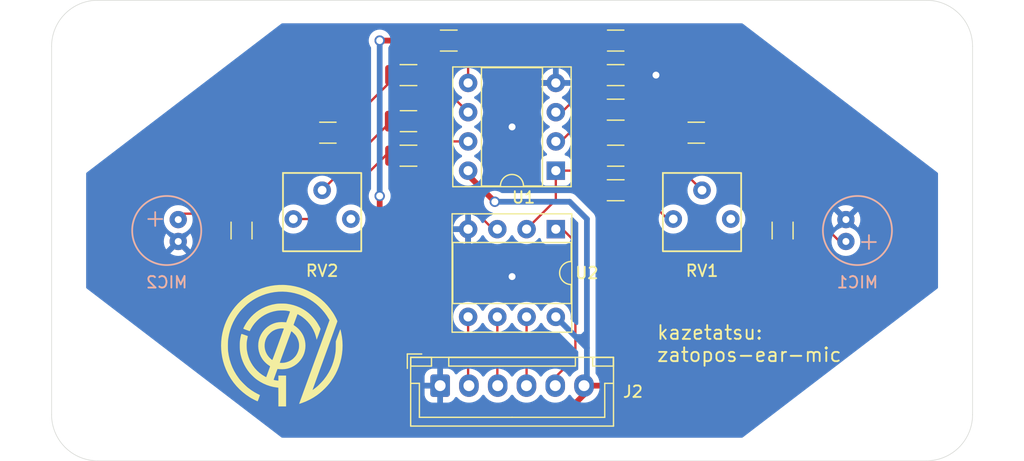
<source format=kicad_pcb>
(kicad_pcb (version 20240108) (generator "pcbnew") (generator_version "8.0")
  (title_block (title "zatopos-ear-mic") (date "2024-10-30") (company "Shinagawa Kazemaru") (comment 1 "Two microphones & one A/D converter") (comment 2 "For zatopos-ear"))
  (layers (0 "F.Cu" signal) (31 "B.Cu" signal) (34 "B.Paste" user) (35 "F.Paste" user) (36 "B.SilkS" user "B.Silkscreen") (37 "F.SilkS" user "F.Silkscreen") (38 "B.Mask" user) (39 "F.Mask" user) (44 "Edge.Cuts" user))
  (net 0 "")
  (net 1 "Net-(MIC1-+)")
  (net 2 "Net-(C1-Pad1)")
  (net 3 "Net-(MIC2-+)")
  (net 4 "Net-(C2-Pad1)")
  (net 5 "SOUND1")
  (net 6 "Net-(U1-A_IN-)")
  (net 7 "SOUND2")
  (net 8 "Net-(U1-B_IN-)")
  (net 9 "GND")
  (net 10 "OFFSET")
  (net 11 "Net-(J2-Pin_3)")
  (net 12 "Net-(J2-Pin_5)")
  (net 13 "Net-(J2-Pin_2)")
  (net 14 "+3.3V")
  (net 15 "Net-(J2-Pin_4)")
  (net 16 "Net-(R5-Pad1)")
  (net 17 "Net-(R6-Pad2)")
  (footprint "Resistor_SMD:R_1206_3216Metric" (layer "F.Cu") (at 141 86.5 180)
    (property "Reference" "R4" (hide yes))
    (property "Value" "10k")
    (fp_line (start -0.727064 0.91) (end 0.727064 0.91) (stroke (width 0.12)) (layer "F.SilkS"))
    (fp_line (start -0.727064 -0.91) (end 0.727064 -0.91) (stroke (width 0.12)) (layer "F.SilkS"))
    (pad "1" smd roundrect (at -1.4625 0 180) (size 1.125 1.75) (layers "F.Cu" "F.Paste" "F.Mask") (roundrect_rratio 0.222222) (net 8 "Net-(U1-B_IN-)"))
    (pad "2" smd roundrect (at 1.4625 0 180) (size 1.125 1.75) (layers "F.Cu" "F.Paste" "F.Mask") (roundrect_rratio 0.222222) (net 4 "Net-(C2-Pad1)"))
  )
  (footprint "Resistor_SMD:R_1206_3216Metric" (layer "F.Cu") (at 144.5 83.5)
    (property "Reference" "R7" (hide yes))
    (property "Value" "100k")
    (fp_line (start -0.727064 -0.91) (end 0.727064 -0.91) (stroke (width 0.12)) (layer "F.SilkS"))
    (fp_line (start -0.727064 0.91) (end 0.727064 0.91) (stroke (width 0.12)) (layer "F.SilkS"))
    (pad "1" smd roundrect (at -1.4625 0) (size 1.125 1.75) (layers "F.Cu" "F.Paste" "F.Mask") (roundrect_rratio 0.222222) (net 14 "+3.3V"))
    (pad "2" smd roundrect (at 1.4625 0) (size 1.125 1.75) (layers "F.Cu" "F.Paste" "F.Mask") (roundrect_rratio 0.222222) (net 10 "OFFSET"))
  )
  (footprint "Resistor_SMD:R_1206_3216Metric" (layer "F.Cu") (at 173.5 100 -90)
    (property "Reference" "R1" (hide yes))
    (property "Value" "2.2k")
    (fp_line (start -0.727064 0.91) (end 0.727064 0.91) (stroke (width 0.12)) (layer "F.SilkS"))
    (fp_line (start -0.727064 -0.91) (end 0.727064 -0.91) (stroke (width 0.12)) (layer "F.SilkS"))
    (pad "1" smd roundrect (at -1.4625 0 270) (size 1.125 1.75) (layers "F.Cu" "F.Paste" "F.Mask") (roundrect_rratio 0.222222) (net 1 "Net-(MIC1-+)"))
    (pad "2" smd roundrect (at 1.4625 0 270) (size 1.125 1.75) (layers "F.Cu" "F.Paste" "F.Mask") (roundrect_rratio 0.222222) (net 14 "+3.3V"))
  )
  (footprint "Connector_JST:JST_XH_B6B-XH-A_1x06_P2.50mm_Vertical" (layer "F.Cu") (at 143.75 113.475)
    (property "Reference" "J2" (at 16.75 0.525 0) (layer "F.SilkS") (effects (font (thickness 0.16))))
    (property "Value" "Conn_01x06_Socket")
    (fp_line (start -2.85 -2.75) (end -2.85 -1.5) (stroke (width 0.12)) (layer "F.SilkS"))
    (fp_line (start -2.56 -2.46) (end -2.56 3.51) (stroke (width 0.12)) (layer "F.SilkS"))
    (fp_line (start -2.56 3.51) (end 15.06 3.51) (stroke (width 0.12)) (layer "F.SilkS"))
    (fp_line (start -2.55 -2.45) (end -2.55 -1.7) (stroke (width 0.12)) (layer "F.SilkS"))
    (fp_line (start -2.55 -1.7) (end -0.75 -1.7) (stroke (width 0.12)) (layer "F.SilkS"))
    (fp_line (start -2.55 -0.2) (end -1.8 -0.2) (stroke (width 0.12)) (layer "F.SilkS"))
    (fp_line (start -1.8 -0.2) (end -1.8 2.75) (stroke (width 0.12)) (layer "F.SilkS"))
    (fp_line (start -1.8 2.75) (end 6.25 2.75) (stroke (width 0.12)) (layer "F.SilkS"))
    (fp_line (start -1.6 -2.75) (end -2.85 -2.75) (stroke (width 0.12)) (layer "F.SilkS"))
    (fp_line (start -0.75 -2.45) (end -2.55 -2.45) (stroke (width 0.12)) (layer "F.SilkS"))
    (fp_line (start -0.75 -1.7) (end -0.75 -2.45) (stroke (width 0.12)) (layer "F.SilkS"))
    (fp_line (start 0.75 -2.45) (end 0.75 -1.7) (stroke (width 0.12)) (layer "F.SilkS"))
    (fp_line (start 0.75 -1.7) (end 11.75 -1.7) (stroke (width 0.12)) (layer "F.SilkS"))
    (fp_line (start 11.75 -2.45) (end 0.75 -2.45) (stroke (width 0.12)) (layer "F.SilkS"))
    (fp_line (start 11.75 -1.7) (end 11.75 -2.45) (stroke (width 0.12)) (layer "F.SilkS"))
    (fp_line (start 13.25 -2.45) (end 13.25 -1.7) (stroke (width 0.12)) (layer "F.SilkS"))
    (fp_line (start 13.25 -1.7) (end 15.05 -1.7) (stroke (width 0.12)) (layer "F.SilkS"))
    (fp_line (start 14.3 -0.2) (end 14.3 2.75) (stroke (width 0.12)) (layer "F.SilkS"))
    (fp_line (start 14.3 2.75) (end 6.25 2.75) (stroke (width 0.12)) (layer "F.SilkS"))
    (fp_line (start 15.05 -2.45) (end 13.25 -2.45) (stroke (width 0.12)) (layer "F.SilkS"))
    (fp_line (start 15.05 -1.7) (end 15.05 -2.45) (stroke (width 0.12)) (layer "F.SilkS"))
    (fp_line (start 15.05 -0.2) (end 14.3 -0.2) (stroke (width 0.12)) (layer "F.SilkS"))
    (fp_line (start 15.06 -2.46) (end -2.56 -2.46) (stroke (width 0.12)) (layer "F.SilkS"))
    (fp_line (start 15.06 3.51) (end 15.06 -2.46) (stroke (width 0.12)) (layer "F.SilkS"))
    (pad "1" thru_hole roundrect (at 0 0) (size 1.7 1.95) (drill 0.95) (layers "*.Cu" "*.Mask") (roundrect_rratio 0.147059) (net 9 "GND"))
    (pad "2" thru_hole oval (at 2.5 0) (size 1.7 1.95) (drill 0.95) (layers "*.Cu" "*.Mask") (net 13 "Net-(J2-Pin_2)"))
    (pad "3" thru_hole oval (at 5 0) (size 1.7 1.95) (drill 0.95) (layers "*.Cu" "*.Mask") (net 11 "Net-(J2-Pin_3)"))
    (pad "4" thru_hole oval (at 7.5 0) (size 1.7 1.95) (drill 0.95) (layers "*.Cu" "*.Mask") (net 15 "Net-(J2-Pin_4)"))
    (pad "5" thru_hole oval (at 10 0) (size 1.7 1.95) (drill 0.95) (layers "*.Cu" "*.Mask") (net 12 "Net-(J2-Pin_5)"))
    (pad "6" thru_hole oval (at 12.5 0) (size 1.7 1.95) (drill 0.95) (layers "*.Cu" "*.Mask") (net 14 "+3.3V"))
  )
  (footprint "Capacitor_SMD:C_1206_3216Metric" (layer "F.Cu") (at 159 93.5)
    (property "Reference" "C3" (hide yes))
    (property "Value" "12p")
    (fp_line (start -0.711252 -0.91) (end 0.711252 -0.91) (stroke (width 0.12)) (layer "F.SilkS"))
    (fp_line (start -0.711252 0.91) (end 0.711252 0.91) (stroke (width 0.12)) (layer "F.SilkS"))
    (pad "1" smd roundrect (at -1.475 0) (size 1.15 1.8) (layers "F.Cu" "F.Paste" "F.Mask") (roundrect_rratio 0.217391) (net 5 "SOUND1"))
    (pad "2" smd roundrect (at 1.475 0) (size 1.15 1.8) (layers "F.Cu" "F.Paste" "F.Mask") (roundrect_rratio 0.217391) (net 6 "Net-(U1-A_IN-)"))
  )
  (footprint "Mic:GF063P" (layer "F.Cu") (at 133.5 99)
    (property "Reference" "RV2" (at 0 4.5 0) (layer "F.SilkS") (effects (font (thickness 0.16))))
    (property "Value" "0~500k")
    (fp_rect (start -3.4 -4) (end 3.4 2.8) (stroke (width 0.153)) (fill none) (layer "F.SilkS"))
    (pad "1" thru_hole circle (at -2.5 0) (size 1.524 1.524) (drill 0.762) (layers "*.Cu" "*.Mask") (net 17 "Net-(R6-Pad2)"))
    (pad "2" thru_hole circle (at 0 -2.5) (size 1.524 1.524) (drill 0.762) (layers "*.Cu" "*.Mask") (net 8 "Net-(U1-B_IN-)"))
    (pad "3" thru_hole circle (at 2.5 0) (size 1.524 1.524) (drill 0.762) (layers "*.Cu" "*.Mask"))
  )
  (footprint "MountingHole:MountingHole_2.2mm_M2" (layer "F.Cu") (at 185 115)
    (property "Reference" "REF**" (hide yes))
    (property "Value" "MountingHole_2.2mm_M2")
    (pad "" np_thru_hole circle (at 0 0) (size 2.2 2.2) (drill 2.2) (layers "*.Cu" "*.Mask"))
  )
  (footprint "Resistor_SMD:R_1206_3216Metric" (layer "F.Cu") (at 141 93.5 180)
    (property "Reference" "R6" (hide yes))
    (property "Value" "1M")
    (fp_line (start -0.727064 0.91) (end 0.727064 0.91) (stroke (width 0.12)) (layer "F.SilkS"))
    (fp_line (start -0.727064 -0.91) (end 0.727064 -0.91) (stroke (width 0.12)) (layer "F.SilkS"))
    (pad "1" smd roundrect (at -1.4625 0 180) (size 1.125 1.75) (layers "F.Cu" "F.Paste" "F.Mask") (roundrect_rratio 0.222222) (net 7 "SOUND2"))
    (pad "2" smd roundrect (at 1.4625 0 180) (size 1.125 1.75) (layers "F.Cu" "F.Paste" "F.Mask") (roundrect_rratio 0.222222) (net 17 "Net-(R6-Pad2)"))
  )
  (footprint "Resistor_SMD:R_1206_3216Metric" (layer "F.Cu") (at 159 86.5)
    (property "Reference" "R8" (hide yes))
    (property "Value" "100k")
    (fp_line (start -0.727064 -0.91) (end 0.727064 -0.91) (stroke (width 0.12)) (layer "F.SilkS"))
    (fp_line (start -0.727064 0.91) (end 0.727064 0.91) (stroke (width 0.12)) (layer "F.SilkS"))
    (pad "1" smd roundrect (at -1.4625 0) (size 1.125 1.75) (layers "F.Cu" "F.Paste" "F.Mask") (roundrect_rratio 0.222222) (net 10 "OFFSET"))
    (pad "2" smd roundrect (at 1.4625 0) (size 1.125 1.75) (layers "F.Cu" "F.Paste" "F.Mask") (roundrect_rratio 0.222222) (net 9 "GND"))
  )
  (footprint "MountingHole:MountingHole_2.2mm_M2" (layer "F.Cu") (at 185 85)
    (property "Reference" "REF**" (hide yes))
    (property "Value" "MountingHole_2.2mm_M2")
    (pad "" np_thru_hole circle (at 0 0) (size 2.2 2.2) (drill 2.2) (layers "*.Cu" "*.Mask"))
  )
  (footprint "Resistor_SMD:R_1206_3216Metric" (layer "F.Cu") (at 126.5 100 90)
    (property "Reference" "R2" (hide yes))
    (property "Value" "2.2k")
    (fp_line (start -0.727064 -0.91) (end 0.727064 -0.91) (stroke (width 0.12)) (layer "F.SilkS"))
    (fp_line (start -0.727064 0.91) (end 0.727064 0.91) (stroke (width 0.12)) (layer "F.SilkS"))
    (pad "1" smd roundrect (at -1.4625 0 90) (size 1.125 1.75) (layers "F.Cu" "F.Paste" "F.Mask") (roundrect_rratio 0.222222) (net 14 "+3.3V"))
    (pad "2" smd roundrect (at 1.4625 0 90) (size 1.125 1.75) (layers "F.Cu" "F.Paste" "F.Mask") (roundrect_rratio 0.222222) (net 3 "Net-(MIC2-+)"))
  )
  (footprint "Package_DIP:DIP-8_W7.62mm_Socket" (layer "F.Cu") (at 153.8 94.8 180)
    (property "Reference" "U1" (at 2.8 -2.33 0) (layer "F.SilkS") (effects (font (thickness 0.16))))
    (property "Value" "NJU7043")
    (fp_line (start 8.95 9.01) (end 8.95 -1.39) (stroke (width 0.12)) (layer "F.SilkS"))
    (fp_line (start 8.95 -1.39) (end -1.33 -1.39) (stroke (width 0.12)) (layer "F.SilkS"))
    (fp_line (start 6.46 8.95) (end 6.46 -1.33) (stroke (width 0.12)) (layer "F.SilkS"))
    (fp_line (start 6.46 -1.33) (end 4.81 -1.33) (stroke (width 0.12)) (layer "F.SilkS"))
    (fp_line (start 2.81 -1.33) (end 1.16 -1.33) (stroke (width 0.12)) (layer "F.SilkS"))
    (fp_line (start 1.16 8.95) (end 6.46 8.95) (stroke (width 0.12)) (layer "F.SilkS"))
    (fp_line (start 1.16 -1.33) (end 1.16 8.95) (stroke (width 0.12)) (layer "F.SilkS"))
    (fp_line (start -1.33 9.01) (end 8.95 9.01) (stroke (width 0.12)) (layer "F.SilkS"))
    (fp_line (start -1.33 -1.39) (end -1.33 9.01) (stroke (width 0.12)) (layer "F.SilkS"))
    (fp_arc (start 4.81 -1.33) (mid 3.81 -0.33) (end 2.81 -1.33) (stroke (width 0.12)) (layer "F.SilkS"))
    (pad "1" thru_hole rect (at 0 0 180) (size 1.6 1.6) (drill 0.8) (layers "*.Cu" "*.Mask") (net 5 "SOUND1"))
    (pad "2" thru_hole oval (at 0 2.54 180) (size 1.6 1.6) (drill 0.8) (layers "*.Cu" "*.Mask") (net 6 "Net-(U1-A_IN-)"))
    (pad "3" thru_hole oval (at 0 5.08 180) (size 1.6 1.6) (drill 0.8) (layers "*.Cu" "*.Mask") (net 10 "OFFSET"))
    (pad "4" thru_hole oval (at 0 7.62 180) (size 1.6 1.6) (drill 0.8) (layers "*.Cu" "*.Mask") (net 9 "GND"))
    (pad "5" thru_hole oval (at 7.62 7.62 180) (size 1.6 1.6) (drill 0.8) (layers "*.Cu" "*.Mask") (net 10 "OFFSET"))
    (pad "6" thru_hole oval (at 7.62 5.08 180) (size 1.6 1.6) (drill 0.8) (layers "*.Cu" "*.Mask") (net 8 "Net-(U1-B_IN-)"))
    (pad "7" thru_hole oval (at 7.62 2.54 180) (size 1.6 1.6) (drill 0.8) (layers "*.Cu" "*.Mask") (net 7 "SOUND2"))
    (pad "8" thru_hole oval (at 7.62 0 180) (size 1.6 1.6) (drill 0.8) (layers "*.Cu" "*.Mask") (net 14 "+3.3V"))
  )
  (footprint "Package_DIP:DIP-8_W7.62mm_Socket" (layer "F.Cu") (at 153.8 99.88 -90)
    (property "Reference" "U2" (at 3.81 -2.7 180) (layer "F.SilkS") (effects (font (thickness 0.16))))
    (property "Value" "MCP3002")
    (fp_line (start -1.33 9.01) (end 8.95 9.01) (stroke (width 0.12)) (layer "F.SilkS"))
    (fp_line (start 8.95 9.01) (end 8.95 -1.39) (stroke (width 0.12)) (layer "F.SilkS"))
    (fp_line (start 1.16 8.95) (end 6.46 8.95) (stroke (width 0.12)) (layer "F.SilkS"))
    (fp_line (start 6.46 8.95) (end 6.46 -1.33) (stroke (width 0.12)) (layer "F.SilkS"))
    (fp_line (start 1.16 -1.33) (end 1.16 8.95) (stroke (width 0.12)) (layer "F.SilkS"))
    (fp_line (start 2.81 -1.33) (end 1.16 -1.33) (stroke (width 0.12)) (layer "F.SilkS"))
    (fp_line (start 6.46 -1.33) (end 4.81 -1.33) (stroke (width 0.12)) (layer "F.SilkS"))
    (fp_line (start -1.33 -1.39) (end -1.33 9.01) (stroke (width 0.12)) (layer "F.SilkS"))
    (fp_line (start 8.95 -1.39) (end -1.33 -1.39) (stroke (width 0.12)) (layer "F.SilkS"))
    (fp_arc (start 4.81 -1.33) (mid 3.81 -0.33) (end 2.81 -1.33) (stroke (width 0.12)) (layer "F.SilkS"))
    (pad "1" thru_hole rect (at 0 0 270) (size 1.6 1.6) (drill 0.8) (layers "*.Cu" "*.Mask") (net 12 "Net-(J2-Pin_5)"))
    (pad "2" thru_hole oval (at 0 2.54 270) (size 1.6 1.6) (drill 0.8) (layers "*.Cu" "*.Mask") (net 5 "SOUND1"))
    (pad "3" thru_hole oval (at 0 5.08 270) (size 1.6 1.6) (drill 0.8) (layers "*.Cu" "*.Mask") (net 7 "SOUND2"))
    (pad "4" thru_hole oval (at 0 7.62 270) (size 1.6 1.6) (drill 0.8) (layers "*.Cu" "*.Mask") (net 9 "GND"))
    (pad "5" thru_hole oval (at 7.62 7.62 270) (size 1.6 1.6) (drill 0.8) (layers "*.Cu" "*.Mask") (net 13 "Net-(J2-Pin_2)"))
    (pad "6" thru_hole oval (at 7.62 5.08 270) (size 1.6 1.6) (drill 0.8) (layers "*.Cu" "*.Mask") (net 11 "Net-(J2-Pin_3)"))
    (pad "7" thru_hole oval (at 7.62 2.54 270) (size 1.6 1.6) (drill 0.8) (layers "*.Cu" "*.Mask") (net 15 "Net-(J2-Pin_4)"))
    (pad "8" thru_hole oval (at 7.62 0 270) (size 1.6 1.6) (drill 0.8) (layers "*.Cu" "*.Mask") (net 14 "+3.3V"))
  )
  (footprint "MountingHole:MountingHole_2.2mm_M2" (layer "F.Cu") (at 115 115)
    (property "Reference" "REF**" (hide yes))
    (property "Value" "MountingHole_2.2mm_M2")
    (pad "" np_thru_hole circle (at 0 0) (size 2.2 2.2) (drill 2.2) (layers "*.Cu" "*.Mask"))
  )
  (footprint "Mic:GF063P" (layer "F.Cu") (at 166.5 99)
    (property "Reference" "RV1" (at 0 4.5 0) (layer "F.SilkS") (effects (font (thickness 0.16))))
    (property "Value" "0~500k")
    (fp_rect (start -3.4 -4) (end 3.4 2.8) (stroke (width 0.153)) (fill none) (layer "F.SilkS"))
    (pad "1" thru_hole circle (at -2.5 0) (size 1.524 1.524) (drill 0.762) (layers "*.Cu" "*.Mask") (net 16 "Net-(R5-Pad1)"))
    (pad "2" thru_hole circle (at 0 -2.5) (size 1.524 1.524) (drill 0.762) (layers "*.Cu" "*.Mask") (net 6 "Net-(U1-A_IN-)"))
    (pad "3" thru_hole circle (at 2.5 0) (size 1.524 1.524) (drill 0.762) (layers "*.Cu" "*.Mask"))
  )
  (footprint "Resistor_SMD:R_1206_3216Metric" (layer "F.Cu") (at 159 96.5 180)
    (property "Reference" "R5" (hide yes))
    (property "Value" "1M")
    (fp_line (start -0.727064 0.91) (end 0.727064 0.91) (stroke (width 0.12)) (layer "F.SilkS"))
    (fp_line (start -0.727064 -0.91) (end 0.727064 -0.91) (stroke (width 0.12)) (layer "F.SilkS"))
    (pad "1" smd roundrect (at -1.4625 0 180) (size 1.125 1.75) (layers "F.Cu" "F.Paste" "F.Mask") (roundrect_rratio 0.222222) (net 16 "Net-(R5-Pad1)"))
    (pad "2" smd roundrect (at 1.4625 0 180) (size 1.125 1.75) (layers "F.Cu" "F.Paste" "F.Mask") (roundrect_rratio 0.222222) (net 5 "SOUND1"))
  )
  (footprint "Resistor_SMD:R_1206_3216Metric" (layer "F.Cu") (at 159 89.5 180)
    (property "Reference" "R3" (hide yes))
    (property "Value" "10k")
    (fp_line (start -0.727064 0.91) (end 0.727064 0.91) (stroke (width 0.12)) (layer "F.SilkS"))
    (fp_line (start -0.727064 -0.91) (end 0.727064 -0.91) (stroke (width 0.12)) (layer "F.SilkS"))
    (pad "1" smd roundrect (at -1.4625 0 180) (size 1.125 1.75) (layers "F.Cu" "F.Paste" "F.Mask") (roundrect_rratio 0.222222) (net 2 "Net-(C1-Pad1)"))
    (pad "2" smd roundrect (at 1.4625 0 180) (size 1.125 1.75) (layers "F.Cu" "F.Paste" "F.Mask") (roundrect_rratio 0.222222) (net 6 "Net-(U1-A_IN-)"))
  )
  (footprint "Mic:logo_kaze" (layer "F.Cu") (at 130 110)
    (property "Reference" "G***" (hide yes))
    (property "Value" "LOGO" (hide yes))
    (fp_poly (pts (xy 0.366742 -5.265304) (xy 0.746806 -5.224664) (xy 1.11911 -5.158111) (xy 1.482675 -5.066236) (xy 1.836525 -4.949627) (xy 2.179679 -4.808876) (xy 2.511161 -4.64457) (xy 2.829992 -4.457301) (xy 3.135193 -4.247657) (xy 3.425787 -4.016229) (xy 3.700794 -3.763605) (xy 3.959238 -3.490376) (xy 4.20014 -3.197132) (xy 4.42252 -2.884461) (xy 4.489901 -2.779939) (xy 4.536106 -2.703873) (xy 4.584364 -2.619816) (xy 4.632826 -2.531476) (xy 4.679641 -2.442559) (xy 4.722959 -2.356775) (xy 4.760931 -2.277832) (xy 4.791706 -2.209436) (xy 4.813434 -2.155298) (xy 4.824265 -2.119123) (xy 4.824942 -2.108432) (xy 4.819754 -2.092377) (xy 4.805608 -2.051777) (xy 4.782921 -1.987784) (xy 4.752111 -1.901551) (xy 4.713596 -1.794233) (xy 4.667791 -1.666981) (xy 4.615116 -1.52095) (xy 4.555986 -1.357292) (xy 4.49082 -1.177161) (xy 4.420035 -0.98171) (xy 4.344048 -0.772093) (xy 4.263277 -0.549462) (xy 4.178139 -0.314971) (xy 4.089051 -0.069774) (xy 3.996431 0.184978) (xy 3.900696 0.448129) (xy 3.802263 0.718528) (xy 3.742847 0.881666) (xy 3.64315 1.155439) (xy 3.54598 1.422449) (xy 3.451747 1.681554) (xy 3.360865 1.931616) (xy 3.273747 2.171493) (xy 3.190803 2.400045) (xy 3.112448 2.616134) (xy 3.039092 2.818618) (xy 2.97115 3.006359) (xy 2.909033 3.178215) (xy 2.853153 3.333046) (xy 2.803923 3.469714) (xy 2.761755 3.587078) (xy 2.727062 3.683997) (xy 2.700257 3.759332) (xy 2.681751 3.811943) (xy 2.671957 3.84069) (xy 2.670437 3.846019) (xy 2.68216 3.842861) (xy 2.711484 3.824849) (xy 2.754946 3.794584) (xy 2.809081 3.754667) (xy 2.870428 3.707697) (xy 2.935523 3.656277) (xy 3.000901 3.603007) (xy 3.057027 3.555713) (xy 3.13359 3.487029) (xy 3.221485 3.403303) (xy 3.315479 3.309932) (xy 3.410338 3.212312) (xy 3.500827 3.115841) (xy 3.581713 3.025914) (xy 3.647761 2.94793) (xy 3.653956 2.940237) (xy 3.867765 2.652373) (xy 4.05693 2.353718) (xy 4.22172 2.043625) (xy 4.362403 1.72145) (xy 4.479249 1.386547) (xy 4.572527 1.038272) (xy 4.642505 0.67598) (xy 4.66586 0.512924) (xy 4.670228 0.465791) (xy 4.674377 0.396418) (xy 4.678115 0.309922) (xy 4.68125 0.211419) (xy 4.683588 0.106026) (xy 4.684872 0.007332) (xy 4.688048 -0.375158) (xy 4.877869 -0.898573) (xy 4.919179 -1.011852) (xy 4.957862 -1.116716) (xy 4.992886 -1.210459) (xy 5.023221 -1.290375) (xy 5.047836 -1.353761) (xy 5.0657 -1.397909) (xy 5.075781 -1.420115) (xy 5.077421 -1.422249) (xy 5.084061 -1.416437) (xy 5.09241 -1.39693) (xy 5.103182 -1.361103) (xy 5.117091 -1.306332) (xy 5.134852 -1.229993) (xy 5.157179 -1.129462) (xy 5.157404 -1.128433) (xy 5.224259 -0.759801) (xy 5.264405 -0.388799) (xy 5.278154 -0.01697) (xy 5.265819 0.354144) (xy 5.227711 0.723001) (xy 5.164143 1.088059) (xy 5.075426 1.447775) (xy 4.961873 1.800607) (xy 4.823796 2.145012) (xy 4.661506 2.47945) (xy 4.475316 2.802376) (xy 4.312719 3.046659) (xy 4.140869 3.273531) (xy 3.947431 3.500303) (xy 3.73768 3.721699) (xy 3.51689 3.932445) (xy 3.290334 4.127267) (xy 3.063289 4.300891) (xy 3.046659 4.312719) (xy 2.746651 4.50919) (xy 2.429588 4.686822) (xy 2.100332 4.843148) (xy 1.763743 4.975702) (xy 1.689799 5.001225) (xy 1.624826 5.022955) (xy 1.569729 5.041141) (xy 1.529391 5.054189) (xy 1.508698 5.060505) (xy 1.507083 5.060851) (xy 1.505755 5.049649) (xy 1.509541 5.030075) (xy 1.514833 5.014784) (xy 1.529108 4.974827) (xy 1.55199 4.911245) (xy 1.583101 4.825077) (xy 1.622065 4.717362) (xy 1.668502 4.589141) (xy 1.722037 4.441451) (xy 1.782292 4.275332) (xy 1.848889 4.091825) (xy 1.921451 3.891968) (xy 1.999601 3.6768) (xy 2.08296 3.447362) (xy 2.171153 3.204692) (xy 2.2638 2.94983) (xy 2.360526 2.683815) (xy 2.460952 2.407687) (xy 2.564701 2.122485) (xy 2.671396 1.829248) (xy 2.780659 1.529016) (xy 2.828966 1.396299) (xy 4.140461 -2.206703) (xy 4.086074 -2.303594) (xy 3.909453 -2.591143) (xy 3.709032 -2.868015) (xy 3.487052 -3.131913) (xy 3.245756 -3.380538) (xy 2.987383 -3.611594) (xy 2.714176 -3.822782) (xy 2.428376 -4.011806) (xy 2.407323 -4.024528) (xy 2.221265 -4.131511) (xy 2.041112 -4.224646) (xy 1.85859 -4.307695) (xy 1.665422 -4.384421) (xy 1.453331 -4.458585) (xy 1.449865 -4.459729) (xy 1.110123 -4.557556) (xy 0.765251 -4.628869) (xy 0.416858 -4.673669) (xy 0.06655 -4.691956) (xy -0.284062 -4.68373) (xy -0.633371 -4.648991) (xy -0.979769 -4.587739) (xy -1.321647 -4.499974) (xy -1.449866 -4.459729) (xy -1.737192 -4.356219) (xy -2.006428 -4.240508) (xy -2.263065 -4.109625) (xy -2.512595 -3.960601) (xy -2.760508 -3.790467) (xy -2.940765 -3.653486) (xy -3.004034 -3.600541) (xy -3.081109 -3.531258) (xy -3.167757 -3.449863) (xy -3.259746 -3.360587) (xy -3.352844 -3.267656) (xy -3.442819 -3.175299) (xy -3.52544 -3.087745) (xy -3.596474 -3.009221) (xy -3.651688 -2.943956) (xy -3.654658 -2.940237) (xy -3.871412 -2.646387) (xy -4.063038 -2.341776) (xy -4.229586 -2.026287) (xy -4.371104 -1.699803) (xy -4.48764 -1.362209) (xy -4.579243 -1.013385) (xy -4.64596 -0.653216) (xy -4.666489 -0.499246) (xy -4.673076 -0.424386) (xy -4.67811 -0.327976) (xy -4.68159 -0.215777) (xy -4.683517 -0.093551) (xy -4.68389 0.03294) (xy -4.68271 0.157934) (xy -4.679976 0.275671) (xy -4.675689 0.380388) (xy -4.669848 0.466324) (xy -4.666489 0.499246) (xy -4.61016 0.864193) (xy -4.528967 1.217745) (xy -4.422861 1.56002) (xy -4.291794 1.891135) (xy -4.135716 2.211206) (xy -3.954581 2.520351) (xy -3.748338 2.818686) (xy -3.654658 2.940237) (xy -3.60063 3.004483) (xy -3.530505 3.082267) (xy -3.448515 3.169358) (xy -3.358893 3.261529) (xy -3.26587 3.354552) (xy -3.173678 3.444198) (xy -3.08655 3.526239) (xy -3.008717 3.596447) (xy -2.944411 3.650595) (xy -2.940765 3.653486) (xy -2.670201 3.854326) (xy -2.399879 4.029414) (xy -2.127474 4.180234) (xy -2.071502 4.208124) (xy -2.010735 4.23788) (xy -1.959352 4.263116) (xy -1.922071 4.281506) (xy -1.903612 4.29073) (xy -1.902544 4.291299) (xy -1.905382 4.304322) (xy -1.916081 4.338397) (xy -1.933002 4.388922) (xy -1.954505 4.451293) (xy -1.978953 4.520911) (xy -2.004707 4.593171) (xy -2.030127 4.663473) (xy -2.053575 4.727214) (xy -2.073411 4.779792) (xy -2.087998 4.816605) (xy -2.095215 4.832345) (xy -2.110225 4.831876) (xy -2.145587 4.819776) (xy -2.197795 4.797795) (xy -2.263342 4.767687) (xy -2.338721 4.731205) (xy -2.420426 4.690099) (xy -2.504952 4.646123) (xy -2.58879 4.601029) (xy -2.668437 4.556569) (xy -2.740383 4.514496) (xy -2.779939 4.490155) (xy -3.101533 4.271776) (xy -3.403202 4.03507) (xy -3.684541 3.780479) (xy -3.945143 3.508443) (xy -4.184604 3.219402) (xy -4.402518 2.913797) (xy -4.598479 2.592068) (xy -4.697304 2.407323) (xy -4.858992 2.061635) (xy -4.993921 1.711071) (xy -5.102453 1.35433) (xy -5.18495 0.99011) (xy -5.241776 0.617108) (xy -5.265304 0.366742) (xy -5.278686 -0.007489) (xy -5.265478 -0.378451) (xy -5.22636 -0.744939) (xy -5.162012 -1.10575) (xy -5.073114 -1.459678) (xy -4.960345 -1.80552) (xy -4.824385 -2.14207) (xy -4.665913 -2.468125) (xy -4.485611 -2.78248) (xy -4.284156 -3.083931) (xy -4.062229 -3.371273) (xy -3.82051 -3.643302) (xy -3.559678 -3.898813) (xy -3.280414 -4.136602) (xy -2.983396 -4.355465) (xy -2.669305 -4.554196) (xy -2.407324 -4.697304) (xy -2.061023 -4.858812) (xy -1.707016 -4.994442) (xy -1.346392 -5.103971) (xy -0.980243 -5.187177) (xy -0.60966 -5.243834) (xy -0.235731 -5.273722) (xy 0.140451 -5.276615)) (fill solid) (layer "F.SilkS"))
    (fp_poly (pts (xy 0.10755 -3.655777) (xy 0.221147 -3.653001) (xy 0.322099 -3.648244) (xy 0.403752 -3.641505) (xy 0.417178 -3.639919) (xy 0.729223 -3.588859) (xy 1.026622 -3.515867) (xy 1.312173 -3.420084) (xy 1.588673 -3.300651) (xy 1.694568 -3.247523) (xy 1.912605 -3.125252) (xy 2.112782 -2.994158) (xy 2.302554 -2.848839) (xy 2.489375 -2.683894) (xy 2.542438 -2.633198) (xy 2.682839 -2.491508) (xy 2.80544 -2.355328) (xy 2.916519 -2.217183) (xy 3.022354 -2.0696) (xy 3.048248 -2.031078) (xy 3.091836 -1.962915) (xy 3.139301 -1.884372) (xy 3.188011 -1.800259) (xy 3.235333 -1.715387) (xy 3.278636 -1.634567) (xy 3.315287 -1.562609) (xy 3.342653 -1.504324) (xy 3.357931 -1.4651) (xy 3.358047 -1.448349) (xy 3.35182 -1.417305) (xy 3.338667 -1.370128) (xy 3.318 -1.304982) (xy 3.289234 -1.220027) (xy 3.251784 -1.113426) (xy 3.205065 -0.983339) (xy 3.200132 -0.969719) (xy 3.152418 -0.838979) (xy 3.11282 -0.732746) (xy 3.080699 -0.649611) (xy 3.055419 -0.588164) (xy 3.036341 -0.546994) (xy 3.022829 -0.524691) (xy 3.014244 -0.519845) (xy 3.00995 -0.531047) (xy 3.009154 -0.547338) (xy 3.005007 -0.580519) (xy 2.99357 -0.634289) (xy 2.976353 -0.703332) (xy 2.954862 -0.782333) (xy 2.930607 -0.865978) (xy 2.905097 -0.948952) (xy 2.879838 -1.02594) (xy 2.856339 -1.091628) (xy 2.850169 -1.107554) (xy 2.729771 -1.375015) (xy 2.586724 -1.627366) (xy 2.421698 -1.863761) (xy 2.235363 -2.083357) (xy 2.028388 -2.285311) (xy 1.801441 -2.468778) (xy 1.730264 -2.519601) (xy 1.67693 -2.555301) (xy 1.616699 -2.593536) (xy 1.554042 -2.631719) (xy 1.493431 -2.667266) (xy 1.439336 -2.697592) (xy 1.396227 -2.720113) (xy 1.368576 -2.732243) (xy 1.360835 -2.733192) (xy 1.354887 -2.719355) (xy 1.340761 -2.682829) (xy 1.319586 -2.626647) (xy 1.292492 -2.553843) (xy 1.260612 -2.46745) (xy 1.225074 -2.370502) (xy 1.198309 -2.297108) (xy 1.160347 -2.192852) (xy 1.124858 -2.095509) (xy 1.093058 -2.008401) (xy 1.066162 -1.934853) (xy 1.045384 -1.878186) (xy 1.031939 -1.841725) (xy 1.027685 -1.830375) (xy 1.022747 -1.814393) (xy 1.024186 -1.800471) (xy 1.035385 -1.78512) (xy 1.059728 -1.764854) (xy 1.100599 -1.736183) (xy 1.153067 -1.701136) (xy 1.316236 -1.578089) (xy 1.470689 -1.43256) (xy 1.612647 -1.268974) (xy 1.73833 -1.091757) (xy 1.843957 -0.905334) (xy 1.858716 -0.875007) (xy 1.944272 -0.663757) (xy 2.005063 -0.443824) (xy 2.041091 -0.218146) (xy 2.052355 0.010338) (xy 2.038854 0.23869) (xy 2.00059 0.46397) (xy 1.937561 0.683239) (xy 1.858716 0.875007) (xy 1.744752 1.083237) (xy 1.608963 1.275678) (xy 1.452853 1.450825) (xy 1.277926 1.607174) (xy 1.085687 1.743221) (xy 0.877641 1.85746) (xy 0.875007 1.858716) (xy 0.676125 1.941224) (xy 0.47512 1.999771) (xy 0.267605 2.035224) (xy 0.049189 2.048453) (xy -0.075229 2.046646) (xy -0.153115 2.043266) (xy -0.224221 2.039487) (xy -0.282755 2.03567) (xy -0.322927 2.032172) (xy -0.335111 2.030513) (xy -0.376145 2.022822) (xy -0.54028 2.477198) (xy -0.578605 2.583617) (xy -0.613987 2.682493) (xy -0.645337 2.770729) (xy -0.671563 2.845231) (xy -0.691575 2.902901) (xy -0.704283 2.940644) (xy -0.708546 2.954851) (xy -0.706084 2.967041) (xy -0.690792 2.977218) (xy -0.658159 2.98717) (xy -0.60367 2.998682) (xy -0.592283 3.000852) (xy -0.524542 3.013019) (xy -0.454524 3.024596) (xy -0.395488 3.033409) (xy -0.386403 3.034618) (xy -0.300916 3.045661) (xy -0.300916 2.822238) (xy -0.300916 2.598815) (xy 0.034195 2.598815) (xy 0.369305 2.598815) (xy 0.369305 3.939257) (xy 0.369305 5.279698) (xy 0.034195 5.279698) (xy -0.300916 5.279698) (xy -0.300916 4.465859) (xy -0.301016 4.319465) (xy -0.301304 4.181523) (xy -0.301764 4.054409) (xy -0.302375 3.940497) (xy -0.303122 3.842159) (xy -0.303985 3.76177) (xy -0.304947 3.701704) (xy -0.30599 3.664336) (xy -0.307054 3.652019) (xy -0.333825 3.649853) (xy -0.381504 3.643967) (xy -0.444038 3.635276) (xy -0.515375 3.624699) (xy -0.589463 3.613151) (xy -0.660249 3.601549) (xy -0.721681 3.590811) (xy -0.761005 3.583257) (xy -1.04312 3.512033) (xy -1.323699 3.415396) (xy -1.598793 3.295182) (xy -1.864451 3.153227) (xy -2.116724 2.991367) (xy -2.256866 2.887915) (xy -2.334932 2.823582) (xy -2.424679 2.743636) (xy -2.520425 2.653608) (xy -2.616493 2.559025) (xy -2.707201 2.465418) (xy -2.78687 2.378316) (xy -2.820789 2.338934) (xy -2.991046 2.116788) (xy -3.146413 1.875225) (xy -3.284579 1.619024) (xy -3.40323 1.352963) (xy -3.500054 1.081821) (xy -3.572739 0.810377) (xy -3.58244 0.764976) (xy -3.60831 0.631565) (xy -3.627746 0.511358) (xy -3.641515 0.39636) (xy -3.650385 0.278579) (xy -3.655122 0.150023) (xy -3.656493 0.002699) (xy -3.656485 -0.006839) (xy -3.65575 -0.125204) (xy -3.653628 -0.222779) (xy -3.649728 -0.306109) (xy -3.643662 -0.381742) (xy -3.63504 -0.456225) (xy -3.625983 -0.519763) (xy -3.609533 -0.620585) (xy -3.591534 -0.717846) (xy -3.572876 -0.807798) (xy -3.554449 -0.886694) (xy -3.537144 -0.950787) (xy -3.521852 -0.99633) (xy -3.509463 -1.019576) (xy -3.506731 -1.021543) (xy -3.490515 -1.018631) (xy -3.453396 -1.007785) (xy -3.400089 -0.990666) (xy -3.335309 -0.968935) (xy -3.26377 -0.944253) (xy -3.190188 -0.918283) (xy -3.119278 -0.892685) (xy -3.055755 -0.869119) (xy -3.004332 -0.849249) (xy -2.969726 -0.834735) (xy -2.957081 -0.827876) (xy -2.957334 -0.812821) (xy -2.962681 -0.776372) (xy -2.972226 -0.723827) (xy -2.985073 -0.660484) (xy -2.98656 -0.653499) (xy -3.002625 -0.574851) (xy -3.018221 -0.492325) (xy -3.031344 -0.416861) (xy -3.03866 -0.369306) (xy -3.0472 -0.283968) (xy -3.052566 -0.178683) (xy -3.054827 -0.060667) (xy -3.054051 0.062863) (xy -3.050307 0.184693) (xy -3.043663 0.297606) (xy -3.034188 0.394385) (xy -3.031199 0.416494) (xy -2.97619 0.702215) (xy -2.896049 0.97849) (xy -2.791706 1.243957) (xy -2.664091 1.497256) (xy -2.514134 1.737024) (xy -2.342765 1.961901) (xy -2.150913 2.170526) (xy -1.939508 2.361536) (xy -1.709479 2.533572) (xy -1.493848 2.66736) (xy -1.441483 2.696162) (xy -1.398431 2.718285) (xy -1.36983 2.731187) (xy -1.360835 2.733192) (xy -1.354888 2.719355) (xy -1.340761 2.682829) (xy -1.319586 2.626646) (xy -1.292493 2.553842) (xy -1.260612 2.467449) (xy -1.225074 2.370501) (xy -1.198309 2.297107) (xy -1.160347 2.192852) (xy -1.124858 2.095508) (xy -1.093058 2.008401) (xy -1.066162 1.934852) (xy -1.045384 1.878186) (xy -1.031939 1.841725) (xy -1.027686 1.830375) (xy -1.022748 1.814393) (xy -1.024186 1.800471) (xy -1.035385 1.78512) (xy -1.059728 1.764854) (xy -1.100599 1.736183) (xy -1.153068 1.701136) (xy -1.263248 1.619819) (xy -1.377791 1.520725) (xy -1.422222 1.477097) (xy -0.175258 1.477097) (xy -0.166203 1.486378) (xy -0.134665 1.492888) (xy -0.085379 1.496641) (xy -0.023075 1.497649) (xy 0.047513 1.495924) (xy 0.121654 1.491478) (xy 0.194615 1.484325) (xy 0.253042 1.475977) (xy 0.41632 1.437112) (xy 0.581627 1.377021) (xy 0.740005 1.299533) (xy 0.882497 1.208475) (xy 0.887262 1.204959) (xy 0.960572 1.14497) (xy 1.040586 1.070267) (xy 1.119152 0.989107) (xy 1.188121 0.909745) (xy 1.221656 0.866217) (xy 1.301229 0.73942) (xy 1.371693 0.594094) (xy 1.429639 0.438468) (xy 1.47166 0.280769) (xy 1.478505 0.246203) (xy 1.487602 0.174643) (xy 1.492872 0.085409) (xy 1.494316 -0.012084) (xy 1.491934 -0.108422) (xy 1.485725 -0.194193) (xy 1.478505 -0.246204) (xy 1.440563 -0.403012) (xy 1.385986 -0.55958) (xy 1.318176 -0.707696) (xy 1.240536 -0.839149) (xy 1.221606 -0.866218) (xy 1.180751 -0.918327) (xy 1.130303 -0.976053) (xy 1.073966 -1.035865) (xy 1.015441 -1.094231) (xy 0.958428 -1.147622) (xy 0.90663 -1.192507) (xy 0.863749 -1.225354) (xy 0.833485 -1.242634) (xy 0.825137 -1.244395) (xy 0.81954 -1.231848) (xy 0.805319 -1.195596) (xy 0.783211 -1.137638) (xy 0.753951 -1.059974) (xy 0.718273 -0.964605) (xy 0.676913 -0.85353) (xy 0.630606 -0.72875) (xy 0.580087 -0.592265) (xy 0.526091 -0.446074) (xy 0.469354 -0.292177) (xy 0.41061 -0.132575) (xy 0.350596 0.030732) (xy 0.290045 0.195745) (xy 0.229694 0.360463) (xy 0.170277 0.522887) (xy 0.11253 0.681016) (xy 0.057187 0.832851) (xy 0.004985 0.976391) (xy -0.043343 1.109636) (xy -0.08706 1.230587) (xy -0.125431 1.337243) (xy -0.157722 1.427605) (xy -0.175258 1.477097) (xy -1.422222 1.477097) (xy -1.489866 1.410676) (xy -1.592639 1.296495) (xy -1.67928 1.185003) (xy -1.69958 1.155405) (xy -1.821674 0.947492) (xy -1.918417 0.730673) (xy -1.989444 0.506566) (xy -2.03439 0.276786) (xy -2.052889 0.042949) (xy -2.048108 -0.092964) (xy -1.493601 -0.092964) (xy -1.493176 0.097436) (xy -1.468717 0.286033) (xy -1.420436 0.470351) (xy -1.348542 0.647911) (xy -1.253246 0.816235) (xy -1.134758 0.972845) (xy -1.094678 1.017219) (xy -1.046702 1.065928) (xy -0.994405 1.115274) (xy -0.942258 1.161464) (xy -0.894734 1.200703) (xy -0.856304 1.229196) (xy -0.831439 1.243148) (xy -0.827518 1.243932) (xy -0.821082 1.23137) (xy -0.805978 1.194758) (xy -0.782833 1.135773) (xy -0.752275 1.056095) (xy -0.71493 0.957401) (xy -0.671425 0.841369) (xy -0.622387 0.709678) (xy -0.568444 0.564005) (xy -0.510223 0.406029) (xy -0.448351 0.237428) (xy -0.383454 0.05988) (xy -0.321433 -0.110429) (xy -0.254355 -0.294952) (xy -0.189898 -0.472267) (xy -0.12868 -0.640681) (xy -0.071315 -0.798498) (xy -0.01842 -0.944023) (xy 0.02939 -1.075562) (xy 0.071497 -1.191418) (xy 0.107286 -1.289898) (xy 0.136141 -1.369305) (xy 0.157445 -1.427946) (xy 0.170584 -1.464124) (xy 0.174927 -1.476106) (xy 0.165507 -1.484676) (xy 0.134162 -1.49138) (xy 0.086273 -1.495957) (xy 0.027225 -1.498148) (xy -0.0376 -1.497693) (xy -0.102819 -1.494333) (xy -0.13692 -1.491151) (xy -0.342668 -1.455572) (xy -0.536943 -1.396141) (xy -0.718098 -1.313435) (xy -0.823027 -1.250772) (xy -0.895478 -1.197095) (xy -0.976527 -1.127075) (xy -1.059694 -1.047193) (xy -1.138496 -0.963931) (xy -1.206453 -0.88377) (xy -1.250772 -0.823027) (xy -1.34858 -0.650198) (xy -1.421513 -0.469259) (xy -1.469784 -0.282688) (xy -1.493601 -0.092964) (xy -2.048108 -0.092964) (xy -2.044577 -0.193327) (xy -2.030585 -0.30964) (xy -1.983358 -0.536293) (xy -1.910992 -0.754354) (xy -1.814861 -0.961982) (xy -1.696333 -1.157341) (xy -1.556781 -1.338593) (xy -1.397576 -1.5039) (xy -1.220088 -1.651423) (xy -1.025688 -1.779326) (xy -0.875007 -1.858716) (xy -0.676125 -1.941224) (xy -0.475121 -1.999771) (xy -0.267605 -2.035225) (xy -0.049189 -2.048453) (xy 0.075229 -2.046646) (xy 0.153115 -2.043266) (xy 0.22422 -2.039488) (xy 0.282754 -2.03567) (xy 0.322927 -2.032173) (xy 0.33511 -2.030513) (xy 0.376144 -2.022822) (xy 0.54028 -2.477198) (xy 0.578602 -2.583608) (xy 0.613981 -2.682467) (xy 0.645328 -2.77068) (xy 0.67155 -2.845153) (xy 0.691558 -2.902791) (xy 0.704262 -2.9405) (xy 0.708523 -2.954678) (xy 0.701712 -2.967409) (xy 0.675627 -2.980301) (xy 0.628606 -2.993763) (xy 0.558989 -3.008205) (xy 0.465115 -3.024035) (xy 0.369305 -3.038278) (xy 0.284915 -3.046925) (xy 0.180506 -3.052404) (xy 0.063225 -3.054778) (xy -0.059784 -3.054113) (xy -0.181374 -3.050472) (xy -0.294399 -3.043921) (xy -0.391714 -3.034523) (xy -0.416495 -3.031199) (xy -0.703041 -2.976076) (xy -0.979716 -2.895879) (xy -1.245257 -2.791499) (xy -1.498404 -2.663829) (xy -1.737897 -2.51376) (xy -1.962474 -2.342183) (xy -2.170874 -2.14999) (xy -2.361838 -1.938073) (xy -2.534104 -1.707323) (xy -2.686411 -1.458631) (xy -2.714739 -1.406111) (xy -2.791936 -1.259772) (xy -2.93816 -1.312497) (xy -3.051797 -1.353551) (xy -3.142289 -1.386478) (xy -3.212262 -1.412318) (xy -3.264347 -1.432112) (xy -3.30117 -1.446898) (xy -3.325361 -1.457717) (xy -3.339547 -1.465608) (xy -3.346358 -1.471612) (xy -3.347959 -1.474624) (xy -3.344126 -1.494525) (xy -3.328099 -1.533885) (xy -3.301964 -1.58883) (xy -3.267807 -1.655487) (xy -3.227715 -1.72998) (xy -3.183774 -1.808438) (xy -3.138071 -1.886985) (xy -3.092692 -1.961749) (xy -3.049723 -2.028855) (xy -3.048248 -2.031078) (xy -2.871043 -2.274141) (xy -2.671445 -2.504759) (xy -2.452877 -2.719537) (xy -2.218762 -2.915079) (xy -2.002323 -3.068726) (xy -1.734245 -3.227718) (xy -1.452952 -3.362867) (xy -1.158975 -3.473982) (xy -0.852842 -3.560872) (xy -0.535085 -3.623345) (xy -0.417178 -3.639919) (xy -0.340182 -3.647055) (xy -0.242556 -3.652209) (xy -0.130956 -3.65538) (xy -0.012035 -3.656569)) (fill solid) (layer "F.SilkS"))
  )
  (footprint "Capacitor_SMD:C_1206_3216Metric" (layer "F.Cu") (at 159 83.5)
    (property "Reference" "C5" (hide yes))
    (property "Value" "1u")
    (fp_line (start -0.711252 -0.91) (end 0.711252 -0.91) (stroke (width 0.12)) (layer "F.SilkS"))
    (fp_line (start -0.711252 0.91) (end 0.711252 0.91) (stroke (width 0.12)) (layer "F.SilkS"))
    (pad "1" smd roundrect (at -1.475 0) (size 1.15 1.8) (layers "F.Cu" "F.Paste" "F.Mask") (roundrect_rratio 0.217391) (net 10 "OFFSET"))
    (pad "2" smd roundrect (at 1.475 0) (size 1.15 1.8) (layers "F.Cu" "F.Paste" "F.Mask") (roundrect_rratio 0.217391) (net 9 "GND"))
  )
  (footprint "Capacitor_SMD:C_1206_3216Metric" (layer "F.Cu") (at 166 91.5)
    (property "Reference" "C1" (hide yes))
    (property "Value" "4.7u")
    (fp_line (start -0.711252 -0.91) (end 0.711252 -0.91) (stroke (width 0.12)) (layer "F.SilkS"))
    (fp_line (start -0.711252 0.91) (end 0.711252 0.91) (stroke (width 0.12)) (layer "F.SilkS"))
    (pad "1" smd roundrect (at -1.475 0) (size 1.15 1.8) (layers "F.Cu" "F.Paste" "F.Mask") (roundrect_rratio 0.217391) (net 2 "Net-(C1-Pad1)"))
    (pad "2" smd roundrect (at 1.475 0) (size 1.15 1.8) (layers "F.Cu" "F.Paste" "F.Mask") (roundrect_rratio 0.217391) (net 1 "Net-(MIC1-+)"))
  )
  (footprint "MountingHole:MountingHole_2.2mm_M2" (layer "F.Cu") (at 115 85)
    (property "Reference" "REF**" (hide yes))
    (property "Value" "MountingHole_2.2mm_M2")
    (pad "" np_thru_hole circle (at 0 0) (size 2.2 2.2) (drill 2.2) (layers "*.Cu" "*.Mask"))
  )
  (footprint "Capacitor_SMD:C_1206_3216Metric" (layer "F.Cu") (at 141 90.5 180)
    (property "Reference" "C4" (hide yes))
    (property "Value" "12p")
    (fp_line (start -0.711252 0.91) (end 0.711252 0.91) (stroke (width 0.12)) (layer "F.SilkS"))
    (fp_line (start -0.711252 -0.91) (end 0.711252 -0.91) (stroke (width 0.12)) (layer "F.SilkS"))
    (pad "1" smd roundrect (at -1.475 0 180) (size 1.15 1.8) (layers "F.Cu" "F.Paste" "F.Mask") (roundrect_rratio 0.217391) (net 7 "SOUND2"))
    (pad "2" smd roundrect (at 1.475 0 180) (size 1.15 1.8) (layers "F.Cu" "F.Paste" "F.Mask") (roundrect_rratio 0.217391) (net 8 "Net-(U1-B_IN-)"))
  )
  (footprint "Capacitor_SMD:C_1206_3216Metric" (layer "F.Cu") (at 134 91.5 180)
    (property "Reference" "C2" (hide yes))
    (property "Value" "4.7u")
    (fp_line (start -0.711252 0.91) (end 0.711252 0.91) (stroke (width 0.12)) (layer "F.SilkS"))
    (fp_line (start -0.711252 -0.91) (end 0.711252 -0.91) (stroke (width 0.12)) (layer "F.SilkS"))
    (pad "1" smd roundrect (at -1.475 0 180) (size 1.15 1.8) (layers "F.Cu" "F.Paste" "F.Mask") (roundrect_rratio 0.217391) (net 4 "Net-(C2-Pad1)"))
    (pad "2" smd roundrect (at 1.475 0 180) (size 1.15 1.8) (layers "F.Cu" "F.Paste" "F.Mask") (roundrect_rratio 0.217391) (net 3 "Net-(MIC2-+)"))
  )
  (footprint "Mic:WM-61a" (layer "B.Cu") (at 180 100)
    (property "Reference" "MIC1" (at 0 4.5 0) (layer "B.SilkS") (effects (font (thickness 0.16)) (justify mirror)))
    (property "Value" "WM-61a")
    (fp_line (start 1 0.4) (end 1 1.6) (stroke (width 0.153)) (layer "B.SilkS"))
    (fp_line (start 1.6 1) (end 0.4 1) (stroke (width 0.153)) (layer "B.SilkS"))
    (fp_circle (center 0 0) (end 3 0) (stroke (width 0.153)) (fill none) (layer "B.SilkS"))
    (pad "1" thru_hole circle (at -1 0.95) (size 1.5 1.5) (drill 0.6) (layers "*.Cu" "*.Mask") (net 1 "Net-(MIC1-+)"))
    (pad "2" thru_hole circle (at -1 -0.95) (size 1.5 1.5) (drill 0.6) (layers "*.Cu" "*.Mask") (net 9 "GND"))
  )
  (footprint "Mic:WM-61a" (layer "B.Cu") (at 120 100 180)
    (property "Reference" "MIC2" (at 0 -4.5 0) (layer "B.SilkS") (effects (font (thickness 0.16)) (justify mirror)))
    (property "Value" "WM-61a")
    (fp_line (start 1.6 1) (end 0.4 1) (stroke (width 0.153)) (layer "B.SilkS"))
    (fp_line (start 1 0.4) (end 1 1.6) (stroke (width 0.153)) (layer "B.SilkS"))
    (fp_circle (center 0 0) (end 3 0) (stroke (width 0.153)) (fill none) (layer "B.SilkS"))
    (pad "1" thru_hole circle (at -1 0.95 180) (size 1.5 1.5) (drill 0.6) (layers "*.Cu" "*.Mask") (net 3 "Net-(MIC2-+)"))
    (pad "2" thru_hole circle (at -1 -0.95 180) (size 1.5 1.5) (drill 0.6) (layers "*.Cu" "*.Mask") (net 9 "GND"))
  )
  (gr_arc (start 186 80) (mid 188.828427 81.171573) (end 190 84) (stroke (width 0.05)) (layer "Edge.Cuts"))
  (gr_arc (start 110 84) (mid 111.171573 81.171573) (end 114 80) (stroke (width 0.05)) (layer "Edge.Cuts"))
  (gr_arc (start 114 120) (mid 111.171573 118.828427) (end 110 116) (stroke (width 0.05)) (layer "Edge.Cuts"))
  (gr_arc (start 190 116) (mid 188.828427 118.828427) (end 186 120) (stroke (width 0.05)) (layer "Edge.Cuts"))
  (gr_line (start 114 80) (end 186 80) (stroke (width 0.05)) (layer "Edge.Cuts"))
  (gr_line (start 186 120) (end 114 120) (stroke (width 0.05)) (layer "Edge.Cuts"))
  (gr_line (start 110 84) (end 110 116) (stroke (width 0.05)) (layer "Edge.Cuts"))
  (gr_line (start 190 84) (end 190 116) (stroke (width 0.05)) (layer "Edge.Cuts"))
  (gr_text "kazetatsu:\nzatopos-ear-mic" (at 162.5 111.5 0) (layer "F.SilkS") (effects (font (size 1.2 1.2) (thickness 0.16)) (justify left bottom)))
  (segment (start 176.0375 98.5375) (end 178.45 100.95) (width 0.2) (layer "F.Cu") (net 1))
  (segment (start 173.5 98.5375) (end 173.5 98) (width 0.2) (layer "F.Cu") (net 1))
  (segment (start 173.5 98) (end 167.475 91.975) (width 0.2) (layer "F.Cu") (net 1))
  (segment (start 178.45 100.95) (end 179 100.95) (width 0.2) (layer "F.Cu") (net 1))
  (segment (start 173.5 98.5375) (end 176.0375 98.5375) (width 0.2) (layer "F.Cu") (net 1))
  (segment (start 167.475 91.975) (end 167.475 91.5) (width 0.2) (layer "F.Cu") (net 1))
  (segment (start 162.525 89.5) (end 160.4625 89.5) (width 0.2) (layer "F.Cu") (net 2))
  (segment (start 164.525 91.5) (end 162.525 89.5) (width 0.2) (layer "F.Cu") (net 2))
  (segment (start 121 99.05) (end 121 99) (width 0.2) (layer "F.Cu") (net 3))
  (segment (start 121 99) (end 121.4625 98.5375) (width 0.2) (layer "F.Cu") (net 3))
  (segment (start 126.5 98.5375) (end 126.5 98) (width 0.2) (layer "F.Cu") (net 3))
  (segment (start 126.5 98) (end 132.525 91.975) (width 0.2) (layer "F.Cu") (net 3))
  (segment (start 121.4625 98.5375) (end 126.5 98.5375) (width 0.2) (layer "F.Cu") (net 3))
  (segment (start 132.525 91.975) (end 132.525 91.5) (width 0.2) (layer "F.Cu") (net 3))
  (segment (start 135.475 91.025) (end 139.5375 86.9625) (width 0.2) (layer "F.Cu") (net 4))
  (segment (start 135.475 91.5) (end 135.475 91.025) (width 0.2) (layer "F.Cu") (net 4))
  (segment (start 139.5375 86.9625) (end 139.5375 86.5) (width 0.2) (layer "F.Cu") (net 4))
  (segment (start 154 94.6) (end 154 94.5) (width 0.2) (layer "F.Cu") (net 5))
  (segment (start 151.26 99.24) (end 151.26 99.88) (width 0.2) (layer "F.Cu") (net 5))
  (segment (start 155.8375 94.8) (end 157.1375 93.5) (width 0.2) (layer "F.Cu") (net 5))
  (segment (start 153.8 94.8) (end 154 94.6) (width 0.2) (layer "F.Cu") (net 5))
  (segment (start 153.8 94.8) (end 155.8375 94.8) (width 0.2) (layer "F.Cu") (net 5))
  (segment (start 157.55 94.025) (end 157.525 94) (width 0.2) (layer "F.Cu") (net 5))
  (segment (start 155.8375 94.8) (end 157.5375 96.5) (width 0.2) (layer "F.Cu") (net 5))
  (segment (start 153.8 94.8) (end 153.8 97.34) (width 0.2) (layer "F.Cu") (net 5))
  (segment (start 153.8 97.34) (end 151.26 99.88) (width 0.2) (layer "F.Cu") (net 5))
  (segment (start 157.1375 93.5) (end 157.525 93.5) (width 0.2) (layer "F.Cu") (net 5))
  (segment (start 157.5375 89.5) (end 157.5375 90.0375) (width 0.2) (layer "F.Cu") (net 6))
  (segment (start 157.5375 90.0375) (end 160.475 92.975) (width 0.2) (layer "F.Cu") (net 6))
  (segment (start 160.475 92.975) (end 160.475 94) (width 0.2) (layer "F.Cu") (net 6))
  (segment (start 153.8 92.26) (end 154 92.46) (width 0.2) (layer "F.Cu") (net 6))
  (segment (start 166.5 96.5) (end 164 94) (width 0.2) (layer "F.Cu") (net 6))
  (segment (start 154 92.46) (end 154 92.5) (width 0.2) (layer "F.Cu") (net 6))
  (segment (start 157 89.5) (end 157.5375 89.5) (width 0.2) (layer "F.Cu") (net 6))
  (segment (start 154 92.5) (end 157 89.5) (width 0.2) (layer "F.Cu") (net 6))
  (segment (start 164 94) (end 160.475 94) (width 0.2) (layer "F.Cu") (net 6))
  (segment (start 146.18 92.26) (end 144.235 92.26) (width 0.2) (layer "F.Cu") (net 7))
  (segment (start 148.72 99.88) (end 148.3425 99.88) (width 0.2) (layer "F.Cu") (net 7))
  (segment (start 144.235 92.26) (end 144.235 92.265) (width 0.2) (layer "F.Cu") (net 7))
  (segment (start 142.4625 94) (end 142.4625 93.5) (width 0.2) (layer "F.Cu") (net 7))
  (segment (start 142.475 91) (end 142.975 91) (width 0.2) (layer "F.Cu") (net 7))
  (segment (start 148.3425 99.88) (end 142.4625 94) (width 0.2) (layer "F.Cu") (net 7))
  (segment (start 142.975 91) (end 144.235 92.26) (width 0.2) (layer "F.Cu") (net 7))
  (segment (start 144.235 92.265) (end 143 93.5) (width 0.2) (layer "F.Cu") (net 7))
  (segment (start 143 93.5) (end 142.4625 93.5) (width 0.2) (layer "F.Cu") (net 7))
  (segment (start 139.525 91) (end 139.525 89.975) (width 0.2) (layer "F.Cu") (net 8))
  (segment (start 142.96 86.5) (end 142.4625 86.5) (width 0.2) (layer "F.Cu") (net 8))
  (segment (start 142.4625 87.0375) (end 142.4625 86.5) (width 0.2) (layer "F.Cu") (net 8))
  (segment (start 146.18 89.72) (end 142.96 86.5) (width 0.2) (layer "F.Cu") (net 8))
  (segment (start 139 91) (end 139.525 91) (width 0.2) (layer "F.Cu") (net 8))
  (segment (start 139.525 89.975) (end 142.4625 87.0375) (width 0.2) (layer "F.Cu") (net 8))
  (segment (start 133.5 96.5) (end 139 91) (width 0.2) (layer "F.Cu") (net 8))
  (segment (start 160.475 86.4875) (end 160.4625 86.5) (width 0.5) (layer "F.Cu") (net 9))
  (segment (start 153.8 87.18) (end 151.5 87.18) (width 0.5) (layer "F.Cu") (net 9))
  (segment (start 160.475 83.5) (end 160.475 86.5) (width 0.5) (layer "F.Cu") (net 9))
  (segment (start 160.475 86.5) (end 162.5 86.5) (width 0.5) (layer "F.Cu") (net 9))
  (segment (start 146.18 99.88) (end 146.18 102.18) (width 0.5) (layer "F.Cu") (net 9))
  (via (at 150 104) (size 0.9) (drill 0.6) (layers "F.Cu" "B.Cu") (net 9))
  (via (at 162.5 86.5) (size 0.9) (drill 0.6) (layers "F.Cu" "B.Cu") (net 9))
  (via (at 150 91) (size 0.9) (drill 0.6) (layers "F.Cu" "B.Cu") (net 9))
  (segment (start 157.5375 86.5) (end 157.5375 83.5) (width 0.2) (layer "F.Cu") (net 10))
  (segment (start 154.3175 89.72) (end 153.8 89.72) (width 0.2) (layer "F.Cu") (net 10))
  (segment (start 146.18 87.18) (end 146.18 83.705) (width 0.2) (layer "F.Cu") (net 10))
  (segment (start 157.5375 83.5) (end 145.975 83.5) (width 0.2) (layer "F.Cu") (net 10))
  (segment (start 157.5375 86.5) (end 154.3175 89.72) (width 0.2) (layer "F.Cu") (net 10))
  (segment (start 157.525 86.4875) (end 157.5375 86.5) (width 0.2) (layer "F.Cu") (net 10))
  (segment (start 148.72 113.445) (end 148.75 113.475) (width 0.2) (layer "F.Cu") (net 11))
  (segment (start 148.72 107.5) (end 148.72 113.445) (width 0.2) (layer "F.Cu") (net 11))
  (segment (start 154.38 99.88) (end 153.8 99.88) (width 0.2) (layer "F.Cu") (net 12))
  (segment (start 153.75 112.75) (end 155.5 111) (width 0.2) (layer "F.Cu") (net 12))
  (segment (start 153.75 113.475) (end 153.75 112.75) (width 0.2) (layer "F.Cu") (net 12))
  (segment (start 155.5 101) (end 154.38 99.88) (width 0.2) (layer "F.Cu") (net 12))
  (segment (start 155.5 111) (end 155.5 101) (width 0.2) (layer "F.Cu") (net 12))
  (segment (start 146.18 113.405) (end 146.25 113.475) (width 0.2) (layer "F.Cu") (net 13))
  (segment (start 146.18 107.5) (end 146.18 113.405) (width 0.2) (layer "F.Cu") (net 13))
  (segment (start 154.5 116) (end 156.25 114.25) (width 0.5) (layer "F.Cu") (net 14))
  (segment (start 161.525 113.475) (end 156.25 113.475) (width 0.5) (layer "F.Cu") (net 14))
  (segment (start 156.25 114.25) (end 156.25 113.475) (width 0.5) (layer "F.Cu") (net 14))
  (segment (start 126.5 101.5) (end 141 116) (width 0.5) (layer "F.Cu") (net 14))
  (segment (start 141 116) (end 154.5 116) (width 0.5) (layer "F.Cu") (net 14))
  (segment (start 143.0125 83.5) (end 138.5 83.5) (width 0.5) (layer "F.Cu") (net 14))
  (segment (start 148.5 97.5) (end 146.18 95.18) (width 0.5) (layer "F.Cu") (net 14))
  (segment (start 173.5 101.5) (end 161.525 113.475) (width 0.5) (layer "F.Cu") (net 14))
  (segment (start 173.5 101.4625) (end 173.5 101.5) (width 0.5) (layer "F.Cu") (net 14))
  (segment (start 138.5 97) (end 138.5 113.5) (width 0.5) (layer "F.Cu") (net 14))
  (segment (start 146.18 95.18) (end 146.18 94.8) (width 0.5) (layer "F.Cu") (net 14))
  (segment (start 126.5 101.4625) (end 126.5 101.5) (width 0.5) (layer "F.Cu") (net 14))
  (via (at 138.5 97) (size 0.9) (drill 0.6) (layers "F.Cu" "B.Cu") (net 14))
  (via (at 138.5 83.5) (size 0.9) (drill 0.6) (layers "F.Cu" "B.Cu") (net 14))
  (via (at 148.5 97.5) (size 0.9) (drill 0.6) (layers "F.Cu" "B.Cu") (net 14))
  (segment (start 155 97.5) (end 156.5 99) (width 0.5) (layer "B.Cu") (net 14))
  (segment (start 156.5 113.225) (end 156.25 113.475) (width 0.5) (layer "B.Cu") (net 14))
  (segment (start 138.5 97) (end 138.5 83.5) (width 0.5) (layer "B.Cu") (net 14))
  (segment (start 153.8 107.5) (end 156.5 110.2) (width 0.5) (layer "B.Cu") (net 14))
  (segment (start 148.5 97.5) (end 155 97.5) (width 0.5) (layer "B.Cu") (net 14))
  (segment (start 156.25 113.75) (end 156.25 113.475) (width 0.5) (layer "B.Cu") (net 14))
  (segment (start 156.5 99) (end 156.5 113.225) (width 0.5) (layer "B.Cu") (net 14))
  (segment (start 151.26 107.5) (end 151.26 113.465) (width 0.2) (layer "F.Cu") (net 15))
  (segment (start 151.26 113.465) (end 151.25 113.475) (width 0.2) (layer "F.Cu") (net 15))
  (segment (start 164 99) (end 163.5 99) (width 0.2) (layer "F.Cu") (net 16))
  (segment (start 163.5 99) (end 161 96.5) (width 0.2) (layer "F.Cu") (net 16))
  (segment (start 161 96.5) (end 160.4625 96.5) (width 0.2) (layer "F.Cu") (net 16))
  (segment (start 139 93.5) (end 139.5375 93.5) (width 0.2) (layer "F.Cu") (net 17))
  (segment (start 133.5 99) (end 139 93.5) (width 0.2) (layer "F.Cu") (net 17))
  (segment (start 131 99) (end 133.5 99) (width 0.2) (layer "F.Cu") (net 17))
  (zone (net 14) (net_name "+3.3V") (layer "F.Cu") (priority 3) (connect_pads (clearance 0.5)) (min_thickness 0.25) (fill yes (thermal_gap 0.5) (thermal_bridge_width 0.5))
    (polygon (pts (xy 138.5 113.5) (xy 136.5 111.5) (xy 137.5 111.5) (xy 138.5 110.5)))
  )
  (zone (net 9) (net_name "GND") (layer "F.Cu") (priority 2) (connect_pads (clearance 0.5)) (min_thickness 0.25) (fill yes (thermal_gap 0.5) (thermal_bridge_width 0.5))
    (polygon (pts (xy 148 86.5) (xy 148 95.5) (xy 152 95.5) (xy 152 86.5)))
  )
  (zone (net 9) (net_name "GND") (layer "F.Cu") (priority 1) (connect_pads (clearance 0.5)) (min_thickness 0.25) (fill yes (thermal_gap 0.5) (thermal_bridge_width 0.5))
    (polygon (pts (xy 145.5 101.5) (xy 145.5 106) (xy 154.5 106) (xy 154.5 101.5)))
  )
  (zone (net 14) (net_name "+3.3V") (layer "B.Cu") (priority 4) (connect_pads no (clearance 0)) (min_thickness 0.25) (fill yes (thermal_gap 0.5) (thermal_bridge_width 0.5) (smoothing fillet))
    (polygon (pts (xy 156.5 110.5) (xy 155 109) (xy 156 109) (xy 156.5 108.5)))
  )
  (zone (net 9) (net_name "GND") (layer "B.Cu") (connect_pads (clearance 0.5)) (min_thickness 0.25) (fill yes (thermal_gap 0.5) (thermal_bridge_width 0.5))
    (polygon (pts (xy 130 82) (xy 113 95) (xy 113 105) (xy 130 118) (xy 170 118) (xy 187 105) (xy 187 95) (xy 170 82)))
  )
)
</source>
